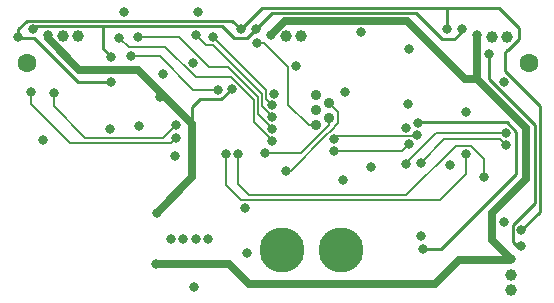
<source format=gbl>
G04 Layer_Physical_Order=4*
G04 Layer_Color=16711680*
%FSAX24Y24*%
%MOIN*%
G70*
G01*
G75*
%ADD33C,0.0070*%
%ADD34C,0.0250*%
%ADD35C,0.0100*%
%ADD39C,0.0354*%
%ADD40C,0.1500*%
%ADD41C,0.0315*%
%ADD42C,0.0394*%
%ADD43C,0.0630*%
D33*
X021040Y016080D02*
X021190D01*
X020580Y017070D02*
Y017095D01*
X021108Y018279D02*
X021786Y017600D01*
X021108Y018279D02*
Y019542D01*
X020310Y020340D02*
X021108Y019542D01*
X016920Y017180D02*
X017360Y017620D01*
X013850Y017000D02*
X017200D01*
X017370Y017170D01*
X012550Y018300D02*
X013850Y017000D01*
X015870Y019900D02*
X016829D01*
X017949Y018780D01*
X020060Y020340D02*
X020310D01*
X021786Y017600D02*
X022020D01*
X021190Y016080D02*
X022367Y017257D01*
Y017264D01*
X022521Y017417D01*
X022527D01*
X022770Y017660D01*
Y018033D01*
X022453Y018350D02*
X022770Y018033D01*
X022453Y017593D02*
Y017850D01*
X021520Y016660D02*
X022453Y017593D01*
X020330Y016660D02*
X021520D01*
X026172Y015112D02*
X027020Y015960D01*
X019538Y015112D02*
X026172D01*
X025050Y015280D02*
X026690Y016920D01*
X019810Y015280D02*
X025050D01*
X019450Y015640D02*
X019810Y015280D01*
X019040Y015610D02*
X019538Y015112D01*
X019450Y015640D02*
Y016630D01*
X019040Y015610D02*
Y016630D01*
X017949Y018780D02*
X018760D01*
X024890Y016740D02*
X025130Y016980D01*
X022620Y016740D02*
X024890D01*
X022630Y017155D02*
Y017220D01*
X022652Y017242D01*
X014345Y017180D02*
X016920D01*
X013297Y018228D02*
X014345Y017180D01*
X012550Y018300D02*
Y018690D01*
X013297Y018228D02*
Y018663D01*
X026690Y016920D02*
X027200D01*
X027020Y015960D02*
Y016630D01*
X026040Y017330D02*
X028370D01*
X025040Y016330D02*
X026040Y017330D01*
X025040Y016310D02*
Y016330D01*
X025392Y017242D02*
X025410Y017260D01*
X025520Y016340D02*
X026310Y017130D01*
X028180D01*
X028370Y016940D01*
X027650Y015880D02*
Y016470D01*
X027200Y016920D02*
X027650Y016470D01*
X022652Y017242D02*
X025392D01*
X018600Y020550D02*
X020378Y018772D01*
X020580Y017863D02*
Y017889D01*
X020098Y017975D02*
X020580Y017492D01*
Y017467D02*
Y017492D01*
X015480Y020510D02*
X015791Y020199D01*
X019958Y017718D02*
X020580Y017095D01*
X020238Y018231D02*
X020580Y017889D01*
X020378Y018462D02*
Y018772D01*
Y018462D02*
X020580Y018260D01*
X015791Y020199D02*
X017010D01*
X018019Y019190D01*
X016100Y020530D02*
X017480D01*
X018480Y019530D01*
X019211Y019190D02*
X019958Y018444D01*
X018019Y019190D02*
X019211D01*
X019958Y017718D02*
Y018444D01*
X018480Y019530D02*
X019110D01*
X020098Y018542D01*
Y017975D02*
Y018542D01*
X018602Y020288D02*
X020238Y018652D01*
Y018231D02*
Y018652D01*
X018040Y020610D02*
X018362Y020288D01*
X018602D01*
D34*
X025078Y021070D02*
X027008Y019140D01*
X020986Y021070D02*
X025078D01*
X027008Y019140D02*
X027390D01*
X020520Y020599D02*
Y020604D01*
X020986Y021070D01*
X013090Y020506D02*
Y020599D01*
X027910Y014680D02*
X029020Y015790D01*
X027910Y013760D02*
Y014680D01*
Y013760D02*
X028540Y013130D01*
X027390Y019140D02*
X029020Y017510D01*
Y015790D02*
Y017510D01*
X027390Y019140D02*
Y020589D01*
X026798Y013108D02*
X028518D01*
X026000Y012310D02*
X026798Y013108D01*
X019810Y012310D02*
X026000D01*
X019140Y012980D02*
X019810Y012310D01*
X016710Y012980D02*
X019140D01*
X028518Y013108D02*
X028540Y013130D01*
X013090Y020506D02*
X014146Y019450D01*
X016110D01*
X017906Y015866D02*
Y017654D01*
X016720Y014680D02*
X017906Y015866D01*
X016110Y019450D02*
X017906Y017654D01*
D35*
X025600Y013460D02*
X026200D01*
X028710Y015970D01*
X018870Y018460D02*
X019220Y018810D01*
X017906Y017654D02*
Y018196D01*
X018170Y018460D02*
X018870D01*
X017906Y018196D02*
X018170Y018460D01*
X018910Y020890D02*
X019310Y020490D01*
X012100Y020790D02*
X012390Y021080D01*
X019250D02*
X019530Y020800D01*
X012690Y020890D02*
X014951D01*
X012590Y020790D02*
X012690Y020890D01*
X014920Y020859D02*
X014951Y020890D01*
X014920Y020160D02*
Y020859D01*
Y020160D02*
X015210Y019870D01*
X026390Y021503D02*
X028147D01*
X020233D02*
X026390D01*
Y020810D02*
Y021503D01*
X025377Y021333D02*
X026250Y020460D01*
X020573Y021333D02*
X025377D01*
X020030Y020790D02*
X020573Y021333D01*
X019530Y020800D02*
X020233Y021503D01*
X028147D02*
X028810Y020840D01*
X014097Y019050D02*
X015190D01*
X012635Y020513D02*
X014097Y019050D01*
X029320Y014990D02*
Y017600D01*
X027796Y019124D02*
X029320Y017600D01*
X027796Y019124D02*
Y019974D01*
X029490Y014700D02*
Y018250D01*
X028340Y019400D02*
X029490Y018250D01*
X028340Y019400D02*
Y020020D01*
X028410Y020090D01*
X025440Y017690D02*
X028402D01*
X028710Y017382D01*
Y015970D02*
Y017382D01*
X028730Y013580D02*
X028870D01*
X028603Y013707D02*
X028730Y013580D01*
X028603Y013707D02*
Y014273D01*
X028880Y014090D02*
X029490Y014700D01*
X028603Y014273D02*
X029320Y014990D01*
X027790Y019980D02*
X027796Y019974D01*
X028810Y020480D02*
Y020840D01*
X028410Y020090D02*
X028420D01*
X028810Y020480D01*
X026890Y020710D02*
Y020800D01*
X026640Y020460D02*
X026890Y020710D01*
X012137Y020513D02*
X012635D01*
X012100Y020550D02*
X012137Y020513D01*
X026250Y020460D02*
X026640D01*
X019730Y020490D02*
X020030Y020790D01*
X019310Y020490D02*
X019730D01*
X012100Y020550D02*
Y020790D01*
X025420Y017670D02*
X025440Y017690D01*
X012390Y021080D02*
X019250D01*
X014951Y020890D02*
X018910D01*
D39*
X022020Y018600D02*
D03*
Y018100D02*
D03*
Y017600D02*
D03*
X022453Y018350D02*
D03*
Y017850D02*
D03*
D40*
X022878Y013430D02*
D03*
X020910D02*
D03*
D41*
X019723Y013340D02*
D03*
X025600Y013460D02*
D03*
X025550Y013900D02*
D03*
X020580Y017070D02*
D03*
X019220Y018810D02*
D03*
X021370Y019570D02*
D03*
X017360Y017620D02*
D03*
X017370Y017170D02*
D03*
X016150Y017570D02*
D03*
X015870Y019900D02*
D03*
X020060Y020340D02*
D03*
X021040Y016060D02*
D03*
X020330Y016660D02*
D03*
X019040Y016630D02*
D03*
X019450D02*
D03*
X023010Y018720D02*
D03*
X016830Y018550D02*
D03*
X018760Y018780D02*
D03*
X016940Y019300D02*
D03*
X017920Y019660D02*
D03*
X022620Y016740D02*
D03*
X022630Y017155D02*
D03*
X023530Y020710D02*
D03*
X025130Y020140D02*
D03*
X015210Y019870D02*
D03*
X015190Y019050D02*
D03*
X028300Y019030D02*
D03*
X016710Y012980D02*
D03*
X027790Y019980D02*
D03*
X013090Y020599D02*
D03*
X012590Y020790D02*
D03*
X026390Y020810D02*
D03*
X026890Y020800D02*
D03*
X015620Y021370D02*
D03*
X019530Y020800D02*
D03*
X012100Y020550D02*
D03*
X020520Y020599D02*
D03*
X020030Y020790D02*
D03*
X027390Y020589D02*
D03*
X017340Y016560D02*
D03*
X013297Y018663D02*
D03*
X012550Y018690D02*
D03*
X015160Y017480D02*
D03*
X012950Y017110D02*
D03*
X017983Y012220D02*
D03*
X018443Y013800D02*
D03*
X017610D02*
D03*
X017193D02*
D03*
X018026D02*
D03*
X019670Y014850D02*
D03*
X028540Y013130D02*
D03*
X028870Y013580D02*
D03*
X028880Y014090D02*
D03*
X025520Y016340D02*
D03*
X028370Y017330D02*
D03*
X027030Y018050D02*
D03*
X026516Y016286D02*
D03*
X027650Y015880D02*
D03*
X027020Y016630D02*
D03*
X025090Y018290D02*
D03*
X028370Y016940D02*
D03*
X025420Y017670D02*
D03*
X028300Y014380D02*
D03*
X025410Y017260D02*
D03*
X025040Y016310D02*
D03*
X025130Y016980D02*
D03*
X025030Y017510D02*
D03*
X023860Y016210D02*
D03*
X022950Y015770D02*
D03*
X020640Y018650D02*
D03*
X018040Y020610D02*
D03*
X018600Y020550D02*
D03*
X016100Y020530D02*
D03*
X015480Y020510D02*
D03*
X020580Y017863D02*
D03*
Y017467D02*
D03*
Y018260D02*
D03*
X018090Y021360D02*
D03*
X016720Y014680D02*
D03*
D42*
X028540Y012110D02*
D03*
Y012610D02*
D03*
X014090Y020560D02*
D03*
X027900Y020550D02*
D03*
X013590Y020560D02*
D03*
X021530D02*
D03*
X021030D02*
D03*
X028390Y020550D02*
D03*
D43*
X012402Y019685D02*
D03*
X029134D02*
D03*
M02*

</source>
